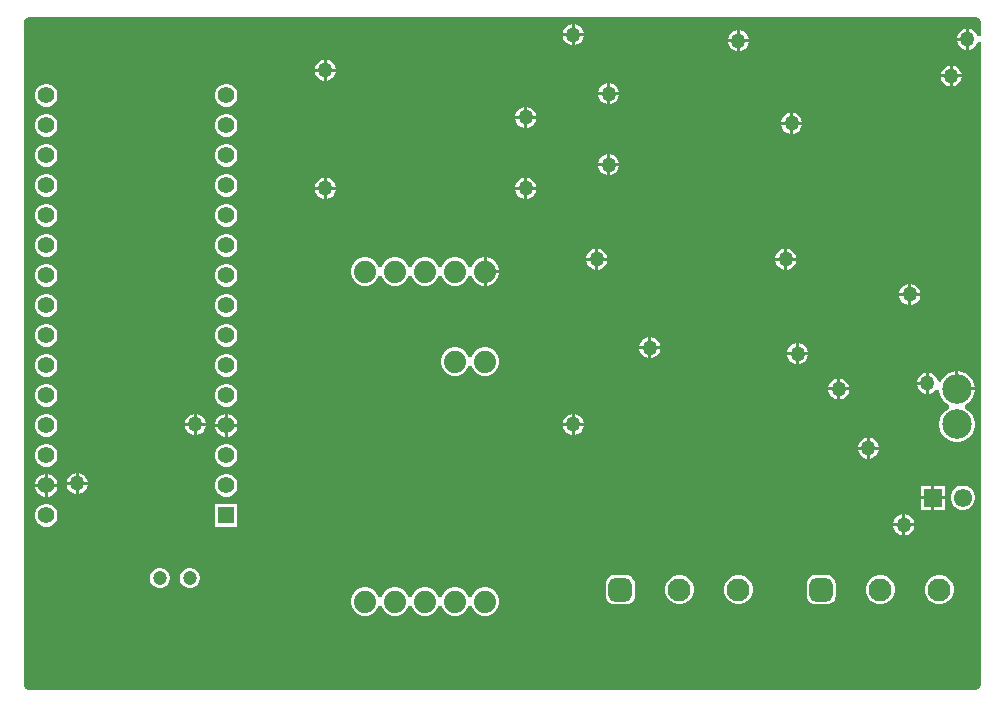
<source format=gbr>
G04*
G04 #@! TF.GenerationSoftware,Altium Limited,Altium Designer,24.6.1 (21)*
G04*
G04 Layer_Physical_Order=2*
G04 Layer_Color=16711680*
%FSLAX25Y25*%
%MOIN*%
G70*
G04*
G04 #@! TF.SameCoordinates,E7B071F1-E274-4D6C-8170-77C2E5B523DC*
G04*
G04*
G04 #@! TF.FilePolarity,Positive*
G04*
G01*
G75*
%ADD59C,0.05567*%
%ADD60R,0.05567X0.05567*%
%ADD64C,0.06102*%
%ADD65R,0.06102X0.06102*%
%ADD66C,0.07400*%
%ADD67C,0.07677*%
G04:AMPARAMS|DCode=68|XSize=76.77mil|YSize=76.77mil|CornerRadius=19.19mil|HoleSize=0mil|Usage=FLASHONLY|Rotation=0.000|XOffset=0mil|YOffset=0mil|HoleType=Round|Shape=RoundedRectangle|*
%AMROUNDEDRECTD68*
21,1,0.07677,0.03839,0,0,0.0*
21,1,0.03839,0.07677,0,0,0.0*
1,1,0.03839,0.01919,-0.01919*
1,1,0.03839,-0.01919,-0.01919*
1,1,0.03839,-0.01919,0.01919*
1,1,0.03839,0.01919,0.01919*
%
%ADD68ROUNDEDRECTD68*%
%ADD69C,0.09843*%
%ADD70C,0.04724*%
%ADD71C,0.05000*%
G36*
X320013Y226078D02*
X320566Y225524D01*
X320866Y224801D01*
Y220027D01*
X319866Y219896D01*
X319743Y220355D01*
X319282Y221153D01*
X318631Y221805D01*
X317833Y222265D01*
X316982Y222493D01*
Y219004D01*
Y215514D01*
X317833Y215742D01*
X318631Y216203D01*
X319282Y216855D01*
X319743Y217653D01*
X319866Y218112D01*
X320866Y217981D01*
Y3937D01*
Y3545D01*
X320566Y2822D01*
X320013Y2268D01*
X319289Y1969D01*
X3545D01*
X2822Y2268D01*
X2268Y2822D01*
X1969Y3545D01*
Y3937D01*
Y224410D01*
Y224801D01*
X2268Y225524D01*
X2822Y226078D01*
X3545Y226378D01*
X319289D01*
X320013Y226078D01*
D02*
G37*
%LPC*%
G36*
X185539Y223962D02*
Y220972D01*
X188529D01*
X188301Y221823D01*
X187840Y222621D01*
X187188Y223273D01*
X186390Y223734D01*
X185539Y223962D01*
D02*
G37*
G36*
X184539D02*
X183688Y223734D01*
X182890Y223273D01*
X182239Y222621D01*
X181778Y221823D01*
X181550Y220972D01*
X184539D01*
Y223962D01*
D02*
G37*
G36*
X315982Y222493D02*
X315131Y222265D01*
X314333Y221805D01*
X313681Y221153D01*
X313220Y220355D01*
X312992Y219504D01*
X315982D01*
Y222493D01*
D02*
G37*
G36*
X240657Y221993D02*
Y219004D01*
X243647D01*
X243419Y219855D01*
X242958Y220653D01*
X242306Y221305D01*
X241508Y221765D01*
X240657Y221993D01*
D02*
G37*
G36*
X239657D02*
X238807Y221765D01*
X238008Y221305D01*
X237357Y220653D01*
X236896Y219855D01*
X236668Y219004D01*
X239657D01*
Y221993D01*
D02*
G37*
G36*
X188529Y219972D02*
X185539D01*
Y216983D01*
X186390Y217211D01*
X187188Y217672D01*
X187840Y218323D01*
X188301Y219122D01*
X188529Y219972D01*
D02*
G37*
G36*
X184539D02*
X181550D01*
X181778Y219122D01*
X182239Y218323D01*
X182890Y217672D01*
X183688Y217211D01*
X184539Y216983D01*
Y219972D01*
D02*
G37*
G36*
X315982Y218504D02*
X312992D01*
X313220Y217653D01*
X313681Y216855D01*
X314333Y216203D01*
X315131Y215742D01*
X315982Y215514D01*
Y218504D01*
D02*
G37*
G36*
X243647Y218004D02*
X240657D01*
Y215014D01*
X241508Y215243D01*
X242306Y215703D01*
X242958Y216355D01*
X243419Y217153D01*
X243647Y218004D01*
D02*
G37*
G36*
X239657D02*
X236668D01*
X236896Y217153D01*
X237357Y216355D01*
X238008Y215703D01*
X238807Y215243D01*
X239657Y215014D01*
Y218004D01*
D02*
G37*
G36*
X102862Y212151D02*
Y209161D01*
X105852D01*
X105624Y210012D01*
X105163Y210810D01*
X104511Y211462D01*
X103713Y211923D01*
X102862Y212151D01*
D02*
G37*
G36*
X101862D02*
X101011Y211923D01*
X100213Y211462D01*
X99562Y210810D01*
X99101Y210012D01*
X98873Y209161D01*
X101862D01*
Y212151D01*
D02*
G37*
G36*
X311524Y210182D02*
Y207193D01*
X314513D01*
X314285Y208044D01*
X313824Y208842D01*
X313173Y209494D01*
X312375Y209954D01*
X311524Y210182D01*
D02*
G37*
G36*
X310524D02*
X309673Y209954D01*
X308875Y209494D01*
X308223Y208842D01*
X307762Y208044D01*
X307534Y207193D01*
X310524D01*
Y210182D01*
D02*
G37*
G36*
X105852Y208161D02*
X102862D01*
Y205172D01*
X103713Y205400D01*
X104511Y205861D01*
X105163Y206512D01*
X105624Y207311D01*
X105852Y208161D01*
D02*
G37*
G36*
X101862D02*
X98873D01*
X99101Y207311D01*
X99562Y206512D01*
X100213Y205861D01*
X101011Y205400D01*
X101862Y205172D01*
Y208161D01*
D02*
G37*
G36*
X314513Y206193D02*
X311524D01*
Y203203D01*
X312375Y203431D01*
X313173Y203892D01*
X313824Y204544D01*
X314285Y205342D01*
X314513Y206193D01*
D02*
G37*
G36*
X310524D02*
X307534D01*
X307762Y205342D01*
X308223Y204544D01*
X308875Y203892D01*
X309673Y203431D01*
X310524Y203203D01*
Y206193D01*
D02*
G37*
G36*
X197350Y204277D02*
Y201287D01*
X200340D01*
X200112Y202138D01*
X199651Y202936D01*
X198999Y203588D01*
X198201Y204049D01*
X197350Y204277D01*
D02*
G37*
G36*
X196350D02*
X195499Y204049D01*
X194701Y203588D01*
X194050Y202936D01*
X193589Y202138D01*
X193361Y201287D01*
X196350D01*
Y204277D01*
D02*
G37*
G36*
X200340Y200287D02*
X197350D01*
Y197298D01*
X198201Y197526D01*
X198999Y197987D01*
X199651Y198638D01*
X200112Y199436D01*
X200340Y200287D01*
D02*
G37*
G36*
X196350D02*
X193361D01*
X193589Y199436D01*
X194050Y198638D01*
X194701Y197987D01*
X195499Y197526D01*
X196350Y197298D01*
Y200287D01*
D02*
G37*
G36*
X69868Y204076D02*
X68872D01*
X67910Y203818D01*
X67047Y203320D01*
X66343Y202615D01*
X65844Y201753D01*
X65587Y200790D01*
Y199794D01*
X65844Y198832D01*
X66343Y197969D01*
X67047Y197265D01*
X67910Y196767D01*
X68872Y196509D01*
X69868D01*
X70830Y196767D01*
X71693Y197265D01*
X72398Y197969D01*
X72896Y198832D01*
X73154Y199794D01*
Y200790D01*
X72896Y201753D01*
X72398Y202615D01*
X71693Y203320D01*
X70830Y203818D01*
X69868Y204076D01*
D02*
G37*
G36*
X9868D02*
X8872D01*
X7910Y203818D01*
X7047Y203320D01*
X6343Y202615D01*
X5844Y201753D01*
X5587Y200790D01*
Y199794D01*
X5844Y198832D01*
X6343Y197969D01*
X7047Y197265D01*
X7910Y196767D01*
X8872Y196509D01*
X9868D01*
X10830Y196767D01*
X11693Y197265D01*
X12398Y197969D01*
X12896Y198832D01*
X13153Y199794D01*
Y200790D01*
X12896Y201753D01*
X12398Y202615D01*
X11693Y203320D01*
X10830Y203818D01*
X9868Y204076D01*
D02*
G37*
G36*
X169791Y196403D02*
Y193413D01*
X172781D01*
X172553Y194264D01*
X172092Y195062D01*
X171440Y195714D01*
X170642Y196175D01*
X169791Y196403D01*
D02*
G37*
G36*
X168791D02*
X167940Y196175D01*
X167142Y195714D01*
X166491Y195062D01*
X166030Y194264D01*
X165802Y193413D01*
X168791D01*
Y196403D01*
D02*
G37*
G36*
X258374Y194434D02*
Y191445D01*
X261364D01*
X261136Y192296D01*
X260675Y193094D01*
X260023Y193746D01*
X259225Y194206D01*
X258374Y194434D01*
D02*
G37*
G36*
X257374D02*
X256523Y194206D01*
X255725Y193746D01*
X255073Y193094D01*
X254612Y192296D01*
X254384Y191445D01*
X257374D01*
Y194434D01*
D02*
G37*
G36*
X172781Y192413D02*
X169791D01*
Y189424D01*
X170642Y189652D01*
X171440Y190113D01*
X172092Y190764D01*
X172553Y191562D01*
X172781Y192413D01*
D02*
G37*
G36*
X168791D02*
X165802D01*
X166030Y191562D01*
X166491Y190764D01*
X167142Y190113D01*
X167940Y189652D01*
X168791Y189424D01*
Y192413D01*
D02*
G37*
G36*
X261364Y190445D02*
X258374D01*
Y187455D01*
X259225Y187683D01*
X260023Y188144D01*
X260675Y188796D01*
X261136Y189594D01*
X261364Y190445D01*
D02*
G37*
G36*
X257374D02*
X254384D01*
X254612Y189594D01*
X255073Y188796D01*
X255725Y188144D01*
X256523Y187683D01*
X257374Y187455D01*
Y190445D01*
D02*
G37*
G36*
X69868Y194076D02*
X68872D01*
X67910Y193818D01*
X67047Y193320D01*
X66343Y192615D01*
X65844Y191753D01*
X65587Y190790D01*
Y189794D01*
X65844Y188832D01*
X66343Y187969D01*
X67047Y187265D01*
X67910Y186767D01*
X68872Y186509D01*
X69868D01*
X70830Y186767D01*
X71693Y187265D01*
X72398Y187969D01*
X72896Y188832D01*
X73154Y189794D01*
Y190790D01*
X72896Y191753D01*
X72398Y192615D01*
X71693Y193320D01*
X70830Y193818D01*
X69868Y194076D01*
D02*
G37*
G36*
X9868D02*
X8872D01*
X7910Y193818D01*
X7047Y193320D01*
X6343Y192615D01*
X5844Y191753D01*
X5587Y190790D01*
Y189794D01*
X5844Y188832D01*
X6343Y187969D01*
X7047Y187265D01*
X7910Y186767D01*
X8872Y186509D01*
X9868D01*
X10830Y186767D01*
X11693Y187265D01*
X12398Y187969D01*
X12896Y188832D01*
X13153Y189794D01*
Y190790D01*
X12896Y191753D01*
X12398Y192615D01*
X11693Y193320D01*
X10830Y193818D01*
X9868Y194076D01*
D02*
G37*
G36*
X197350Y180655D02*
Y177665D01*
X200340D01*
X200112Y178516D01*
X199651Y179314D01*
X198999Y179966D01*
X198201Y180427D01*
X197350Y180655D01*
D02*
G37*
G36*
X196350D02*
X195499Y180427D01*
X194701Y179966D01*
X194050Y179314D01*
X193589Y178516D01*
X193361Y177665D01*
X196350D01*
Y180655D01*
D02*
G37*
G36*
X69868Y184076D02*
X68872D01*
X67910Y183818D01*
X67047Y183320D01*
X66343Y182615D01*
X65844Y181753D01*
X65587Y180790D01*
Y179794D01*
X65844Y178832D01*
X66343Y177969D01*
X67047Y177265D01*
X67910Y176767D01*
X68872Y176509D01*
X69868D01*
X70830Y176767D01*
X71693Y177265D01*
X72398Y177969D01*
X72896Y178832D01*
X73154Y179794D01*
Y180790D01*
X72896Y181753D01*
X72398Y182615D01*
X71693Y183320D01*
X70830Y183818D01*
X69868Y184076D01*
D02*
G37*
G36*
X9868D02*
X8872D01*
X7910Y183818D01*
X7047Y183320D01*
X6343Y182615D01*
X5844Y181753D01*
X5587Y180790D01*
Y179794D01*
X5844Y178832D01*
X6343Y177969D01*
X7047Y177265D01*
X7910Y176767D01*
X8872Y176509D01*
X9868D01*
X10830Y176767D01*
X11693Y177265D01*
X12398Y177969D01*
X12896Y178832D01*
X13153Y179794D01*
Y180790D01*
X12896Y181753D01*
X12398Y182615D01*
X11693Y183320D01*
X10830Y183818D01*
X9868Y184076D01*
D02*
G37*
G36*
X200340Y176665D02*
X197350D01*
Y173676D01*
X198201Y173904D01*
X198999Y174365D01*
X199651Y175016D01*
X200112Y175814D01*
X200340Y176665D01*
D02*
G37*
G36*
X196350D02*
X193361D01*
X193589Y175814D01*
X194050Y175016D01*
X194701Y174365D01*
X195499Y173904D01*
X196350Y173676D01*
Y176665D01*
D02*
G37*
G36*
X169791Y172781D02*
Y169791D01*
X172781D01*
X172553Y170642D01*
X172092Y171440D01*
X171440Y172092D01*
X170642Y172553D01*
X169791Y172781D01*
D02*
G37*
G36*
X168791D02*
X167940Y172553D01*
X167142Y172092D01*
X166491Y171440D01*
X166030Y170642D01*
X165802Y169791D01*
X168791D01*
Y172781D01*
D02*
G37*
G36*
X102862D02*
Y169791D01*
X105852D01*
X105624Y170642D01*
X105163Y171440D01*
X104511Y172092D01*
X103713Y172553D01*
X102862Y172781D01*
D02*
G37*
G36*
X101862D02*
X101011Y172553D01*
X100213Y172092D01*
X99562Y171440D01*
X99101Y170642D01*
X98873Y169791D01*
X101862D01*
Y172781D01*
D02*
G37*
G36*
X69868Y174076D02*
X68872D01*
X67910Y173818D01*
X67047Y173320D01*
X66343Y172615D01*
X65844Y171753D01*
X65587Y170790D01*
Y169794D01*
X65844Y168832D01*
X66343Y167969D01*
X67047Y167265D01*
X67910Y166767D01*
X68872Y166509D01*
X69868D01*
X70830Y166767D01*
X71693Y167265D01*
X72398Y167969D01*
X72896Y168832D01*
X73154Y169794D01*
Y170790D01*
X72896Y171753D01*
X72398Y172615D01*
X71693Y173320D01*
X70830Y173818D01*
X69868Y174076D01*
D02*
G37*
G36*
X9868D02*
X8872D01*
X7910Y173818D01*
X7047Y173320D01*
X6343Y172615D01*
X5844Y171753D01*
X5587Y170790D01*
Y169794D01*
X5844Y168832D01*
X6343Y167969D01*
X7047Y167265D01*
X7910Y166767D01*
X8872Y166509D01*
X9868D01*
X10830Y166767D01*
X11693Y167265D01*
X12398Y167969D01*
X12896Y168832D01*
X13153Y169794D01*
Y170790D01*
X12896Y171753D01*
X12398Y172615D01*
X11693Y173320D01*
X10830Y173818D01*
X9868Y174076D01*
D02*
G37*
G36*
X172781Y168791D02*
X169791D01*
Y165802D01*
X170642Y166030D01*
X171440Y166491D01*
X172092Y167142D01*
X172553Y167940D01*
X172781Y168791D01*
D02*
G37*
G36*
X168791D02*
X165802D01*
X166030Y167940D01*
X166491Y167142D01*
X167142Y166491D01*
X167940Y166030D01*
X168791Y165802D01*
Y168791D01*
D02*
G37*
G36*
X105852D02*
X102862D01*
Y165802D01*
X103713Y166030D01*
X104511Y166491D01*
X105163Y167142D01*
X105624Y167940D01*
X105852Y168791D01*
D02*
G37*
G36*
X101862D02*
X98873D01*
X99101Y167940D01*
X99562Y167142D01*
X100213Y166491D01*
X101011Y166030D01*
X101862Y165802D01*
Y168791D01*
D02*
G37*
G36*
X69868Y164076D02*
X68872D01*
X67910Y163818D01*
X67047Y163320D01*
X66343Y162615D01*
X65844Y161753D01*
X65587Y160790D01*
Y159794D01*
X65844Y158832D01*
X66343Y157969D01*
X67047Y157265D01*
X67910Y156767D01*
X68872Y156509D01*
X69868D01*
X70830Y156767D01*
X71693Y157265D01*
X72398Y157969D01*
X72896Y158832D01*
X73154Y159794D01*
Y160790D01*
X72896Y161753D01*
X72398Y162615D01*
X71693Y163320D01*
X70830Y163818D01*
X69868Y164076D01*
D02*
G37*
G36*
X9868D02*
X8872D01*
X7910Y163818D01*
X7047Y163320D01*
X6343Y162615D01*
X5844Y161753D01*
X5587Y160790D01*
Y159794D01*
X5844Y158832D01*
X6343Y157969D01*
X7047Y157265D01*
X7910Y156767D01*
X8872Y156509D01*
X9868D01*
X10830Y156767D01*
X11693Y157265D01*
X12398Y157969D01*
X12896Y158832D01*
X13153Y159794D01*
Y160790D01*
X12896Y161753D01*
X12398Y162615D01*
X11693Y163320D01*
X10830Y163818D01*
X9868Y164076D01*
D02*
G37*
G36*
X69868Y154076D02*
X68872D01*
X67910Y153818D01*
X67047Y153320D01*
X66343Y152615D01*
X65844Y151753D01*
X65587Y150790D01*
Y149794D01*
X65844Y148832D01*
X66343Y147969D01*
X67047Y147265D01*
X67910Y146767D01*
X68872Y146509D01*
X69868D01*
X70830Y146767D01*
X71693Y147265D01*
X72398Y147969D01*
X72896Y148832D01*
X73154Y149794D01*
Y150790D01*
X72896Y151753D01*
X72398Y152615D01*
X71693Y153320D01*
X70830Y153818D01*
X69868Y154076D01*
D02*
G37*
G36*
X9868D02*
X8872D01*
X7910Y153818D01*
X7047Y153320D01*
X6343Y152615D01*
X5844Y151753D01*
X5587Y150790D01*
Y149794D01*
X5844Y148832D01*
X6343Y147969D01*
X7047Y147265D01*
X7910Y146767D01*
X8872Y146509D01*
X9868D01*
X10830Y146767D01*
X11693Y147265D01*
X12398Y147969D01*
X12896Y148832D01*
X13153Y149794D01*
Y150790D01*
X12896Y151753D01*
X12398Y152615D01*
X11693Y153320D01*
X10830Y153818D01*
X9868Y154076D01*
D02*
G37*
G36*
X256405Y149159D02*
Y146169D01*
X259395D01*
X259167Y147020D01*
X258706Y147818D01*
X258055Y148470D01*
X257257Y148931D01*
X256405Y149159D01*
D02*
G37*
G36*
X255405D02*
X254555Y148931D01*
X253756Y148470D01*
X253105Y147818D01*
X252644Y147020D01*
X252416Y146169D01*
X255405D01*
Y149159D01*
D02*
G37*
G36*
X193413D02*
Y146169D01*
X196403D01*
X196175Y147020D01*
X195714Y147818D01*
X195062Y148470D01*
X194264Y148931D01*
X193413Y149159D01*
D02*
G37*
G36*
X192413D02*
X191562Y148931D01*
X190764Y148470D01*
X190113Y147818D01*
X189652Y147020D01*
X189424Y146169D01*
X192413D01*
Y149159D01*
D02*
G37*
G36*
X155169Y146196D02*
X155051D01*
X153855Y145876D01*
X152783Y145257D01*
X151908Y144382D01*
X151290Y143310D01*
X151187Y142927D01*
X150152D01*
X150049Y143310D01*
X149430Y144382D01*
X148555Y145257D01*
X147483Y145876D01*
X146288Y146196D01*
X145051D01*
X143855Y145876D01*
X142783Y145257D01*
X141908Y144382D01*
X141290Y143310D01*
X141187Y142927D01*
X140152D01*
X140049Y143310D01*
X139430Y144382D01*
X138555Y145257D01*
X137483Y145876D01*
X136288Y146196D01*
X135050D01*
X133855Y145876D01*
X132783Y145257D01*
X131908Y144382D01*
X131290Y143310D01*
X131187Y142927D01*
X130152D01*
X130049Y143310D01*
X129430Y144382D01*
X128555Y145257D01*
X127483Y145876D01*
X126288Y146196D01*
X125050D01*
X123855Y145876D01*
X122783Y145257D01*
X121908Y144382D01*
X121290Y143310D01*
X121187Y142927D01*
X120152D01*
X120049Y143310D01*
X119430Y144382D01*
X118555Y145257D01*
X117483Y145876D01*
X116288Y146196D01*
X115050D01*
X113855Y145876D01*
X112783Y145257D01*
X111908Y144382D01*
X111290Y143310D01*
X110969Y142115D01*
Y140877D01*
X111290Y139682D01*
X111908Y138610D01*
X112783Y137735D01*
X113855Y137116D01*
X115050Y136796D01*
X116288D01*
X117483Y137116D01*
X118555Y137735D01*
X119430Y138610D01*
X120049Y139682D01*
X120152Y140065D01*
X121187D01*
X121290Y139682D01*
X121908Y138610D01*
X122783Y137735D01*
X123855Y137116D01*
X125050Y136796D01*
X126288D01*
X127483Y137116D01*
X128555Y137735D01*
X129430Y138610D01*
X130049Y139682D01*
X130152Y140065D01*
X131187D01*
X131290Y139682D01*
X131908Y138610D01*
X132783Y137735D01*
X133855Y137116D01*
X135050Y136796D01*
X136288D01*
X137483Y137116D01*
X138555Y137735D01*
X139430Y138610D01*
X140049Y139682D01*
X140152Y140065D01*
X141187D01*
X141290Y139682D01*
X141908Y138610D01*
X142783Y137735D01*
X143855Y137116D01*
X145051Y136796D01*
X146288D01*
X147483Y137116D01*
X148555Y137735D01*
X149430Y138610D01*
X150049Y139682D01*
X150152Y140065D01*
X151187D01*
X151290Y139682D01*
X151908Y138610D01*
X152783Y137735D01*
X153855Y137116D01*
X155051Y136796D01*
X155169D01*
Y141496D01*
Y146196D01*
D02*
G37*
G36*
X259395Y145169D02*
X256405D01*
Y142180D01*
X257257Y142408D01*
X258055Y142869D01*
X258706Y143520D01*
X259167Y144318D01*
X259395Y145169D01*
D02*
G37*
G36*
X255405D02*
X252416D01*
X252644Y144318D01*
X253105Y143520D01*
X253756Y142869D01*
X254555Y142408D01*
X255405Y142180D01*
Y145169D01*
D02*
G37*
G36*
X196403D02*
X193413D01*
Y142180D01*
X194264Y142408D01*
X195062Y142869D01*
X195714Y143520D01*
X196175Y144318D01*
X196403Y145169D01*
D02*
G37*
G36*
X192413D02*
X189424D01*
X189652Y144318D01*
X190113Y143520D01*
X190764Y142869D01*
X191562Y142408D01*
X192413Y142180D01*
Y145169D01*
D02*
G37*
G36*
X156288Y146196D02*
X156169D01*
Y141996D01*
X160369D01*
Y142115D01*
X160049Y143310D01*
X159430Y144382D01*
X158555Y145257D01*
X157483Y145876D01*
X156288Y146196D01*
D02*
G37*
G36*
X160369Y140996D02*
X156169D01*
Y136796D01*
X156288D01*
X157483Y137116D01*
X158555Y137735D01*
X159430Y138610D01*
X160049Y139682D01*
X160369Y140877D01*
Y140996D01*
D02*
G37*
G36*
X69868Y144076D02*
X68872D01*
X67910Y143818D01*
X67047Y143320D01*
X66343Y142615D01*
X65844Y141753D01*
X65587Y140790D01*
Y139794D01*
X65844Y138832D01*
X66343Y137969D01*
X67047Y137265D01*
X67910Y136767D01*
X68872Y136509D01*
X69868D01*
X70830Y136767D01*
X71693Y137265D01*
X72398Y137969D01*
X72896Y138832D01*
X73154Y139794D01*
Y140790D01*
X72896Y141753D01*
X72398Y142615D01*
X71693Y143320D01*
X70830Y143818D01*
X69868Y144076D01*
D02*
G37*
G36*
X9868D02*
X8872D01*
X7910Y143818D01*
X7047Y143320D01*
X6343Y142615D01*
X5844Y141753D01*
X5587Y140790D01*
Y139794D01*
X5844Y138832D01*
X6343Y137969D01*
X7047Y137265D01*
X7910Y136767D01*
X8872Y136509D01*
X9868D01*
X10830Y136767D01*
X11693Y137265D01*
X12398Y137969D01*
X12896Y138832D01*
X13153Y139794D01*
Y140790D01*
X12896Y141753D01*
X12398Y142615D01*
X11693Y143320D01*
X10830Y143818D01*
X9868Y144076D01*
D02*
G37*
G36*
X297744Y137348D02*
Y134358D01*
X300734D01*
X300506Y135209D01*
X300045Y136007D01*
X299393Y136659D01*
X298595Y137120D01*
X297744Y137348D01*
D02*
G37*
G36*
X296744D02*
X295893Y137120D01*
X295095Y136659D01*
X294443Y136007D01*
X293983Y135209D01*
X293755Y134358D01*
X296744D01*
Y137348D01*
D02*
G37*
G36*
X300734Y133358D02*
X297744D01*
Y130369D01*
X298595Y130597D01*
X299393Y131058D01*
X300045Y131709D01*
X300506Y132507D01*
X300734Y133358D01*
D02*
G37*
G36*
X296744D02*
X293755D01*
X293983Y132507D01*
X294443Y131709D01*
X295095Y131058D01*
X295893Y130597D01*
X296744Y130369D01*
Y133358D01*
D02*
G37*
G36*
X69868Y134076D02*
X68872D01*
X67910Y133818D01*
X67047Y133320D01*
X66343Y132615D01*
X65844Y131753D01*
X65587Y130790D01*
Y129794D01*
X65844Y128832D01*
X66343Y127969D01*
X67047Y127265D01*
X67910Y126767D01*
X68872Y126509D01*
X69868D01*
X70830Y126767D01*
X71693Y127265D01*
X72398Y127969D01*
X72896Y128832D01*
X73154Y129794D01*
Y130790D01*
X72896Y131753D01*
X72398Y132615D01*
X71693Y133320D01*
X70830Y133818D01*
X69868Y134076D01*
D02*
G37*
G36*
X9868D02*
X8872D01*
X7910Y133818D01*
X7047Y133320D01*
X6343Y132615D01*
X5844Y131753D01*
X5587Y130790D01*
Y129794D01*
X5844Y128832D01*
X6343Y127969D01*
X7047Y127265D01*
X7910Y126767D01*
X8872Y126509D01*
X9868D01*
X10830Y126767D01*
X11693Y127265D01*
X12398Y127969D01*
X12896Y128832D01*
X13153Y129794D01*
Y130790D01*
X12896Y131753D01*
X12398Y132615D01*
X11693Y133320D01*
X10830Y133818D01*
X9868Y134076D01*
D02*
G37*
G36*
X211130Y119631D02*
Y116642D01*
X214119D01*
X213891Y117493D01*
X213431Y118291D01*
X212779Y118942D01*
X211981Y119403D01*
X211130Y119631D01*
D02*
G37*
G36*
X210130D02*
X209279Y119403D01*
X208481Y118942D01*
X207829Y118291D01*
X207368Y117493D01*
X207140Y116642D01*
X210130D01*
Y119631D01*
D02*
G37*
G36*
X69868Y124076D02*
X68872D01*
X67910Y123818D01*
X67047Y123320D01*
X66343Y122615D01*
X65844Y121753D01*
X65587Y120790D01*
Y119794D01*
X65844Y118832D01*
X66343Y117969D01*
X67047Y117265D01*
X67910Y116767D01*
X68872Y116509D01*
X69868D01*
X70830Y116767D01*
X71693Y117265D01*
X72398Y117969D01*
X72896Y118832D01*
X73154Y119794D01*
Y120790D01*
X72896Y121753D01*
X72398Y122615D01*
X71693Y123320D01*
X70830Y123818D01*
X69868Y124076D01*
D02*
G37*
G36*
X9868D02*
X8872D01*
X7910Y123818D01*
X7047Y123320D01*
X6343Y122615D01*
X5844Y121753D01*
X5587Y120790D01*
Y119794D01*
X5844Y118832D01*
X6343Y117969D01*
X7047Y117265D01*
X7910Y116767D01*
X8872Y116509D01*
X9868D01*
X10830Y116767D01*
X11693Y117265D01*
X12398Y117969D01*
X12896Y118832D01*
X13153Y119794D01*
Y120790D01*
X12896Y121753D01*
X12398Y122615D01*
X11693Y123320D01*
X10830Y123818D01*
X9868Y124076D01*
D02*
G37*
G36*
X260343Y117663D02*
Y114673D01*
X263332D01*
X263104Y115524D01*
X262643Y116322D01*
X261992Y116974D01*
X261193Y117435D01*
X260343Y117663D01*
D02*
G37*
G36*
X259343D02*
X258492Y117435D01*
X257694Y116974D01*
X257042Y116322D01*
X256581Y115524D01*
X256353Y114673D01*
X259343D01*
Y117663D01*
D02*
G37*
G36*
X156288Y116196D02*
X155051D01*
X153855Y115876D01*
X152783Y115257D01*
X151908Y114382D01*
X151290Y113310D01*
X151187Y112927D01*
X150152D01*
X150049Y113310D01*
X149430Y114382D01*
X148555Y115257D01*
X147483Y115876D01*
X146288Y116196D01*
X145051D01*
X143855Y115876D01*
X142783Y115257D01*
X141908Y114382D01*
X141290Y113310D01*
X140969Y112115D01*
Y110877D01*
X141290Y109682D01*
X141908Y108610D01*
X142783Y107735D01*
X143855Y107116D01*
X145051Y106796D01*
X146288D01*
X147483Y107116D01*
X148555Y107735D01*
X149430Y108610D01*
X150049Y109682D01*
X150152Y110065D01*
X151187D01*
X151290Y109682D01*
X151908Y108610D01*
X152783Y107735D01*
X153855Y107116D01*
X155051Y106796D01*
X156288D01*
X157483Y107116D01*
X158555Y107735D01*
X159430Y108610D01*
X160049Y109682D01*
X160369Y110877D01*
Y112115D01*
X160049Y113310D01*
X159430Y114382D01*
X158555Y115257D01*
X157483Y115876D01*
X156288Y116196D01*
D02*
G37*
G36*
X214119Y115642D02*
X211130D01*
Y112652D01*
X211981Y112880D01*
X212779Y113341D01*
X213431Y113993D01*
X213891Y114791D01*
X214119Y115642D01*
D02*
G37*
G36*
X210130D02*
X207140D01*
X207368Y114791D01*
X207829Y113993D01*
X208481Y113341D01*
X209279Y112880D01*
X210130Y112652D01*
Y115642D01*
D02*
G37*
G36*
X263332Y113673D02*
X260343D01*
Y110684D01*
X261193Y110912D01*
X261992Y111372D01*
X262643Y112024D01*
X263104Y112822D01*
X263332Y113673D01*
D02*
G37*
G36*
X259343D02*
X256353D01*
X256581Y112822D01*
X257042Y112024D01*
X257694Y111372D01*
X258492Y110912D01*
X259343Y110684D01*
Y113673D01*
D02*
G37*
G36*
X69868Y114076D02*
X68872D01*
X67910Y113818D01*
X67047Y113320D01*
X66343Y112615D01*
X65844Y111753D01*
X65587Y110790D01*
Y109794D01*
X65844Y108832D01*
X66343Y107969D01*
X67047Y107265D01*
X67910Y106767D01*
X68872Y106509D01*
X69868D01*
X70830Y106767D01*
X71693Y107265D01*
X72398Y107969D01*
X72896Y108832D01*
X73154Y109794D01*
Y110790D01*
X72896Y111753D01*
X72398Y112615D01*
X71693Y113320D01*
X70830Y113818D01*
X69868Y114076D01*
D02*
G37*
G36*
X9868D02*
X8872D01*
X7910Y113818D01*
X7047Y113320D01*
X6343Y112615D01*
X5844Y111753D01*
X5587Y110790D01*
Y109794D01*
X5844Y108832D01*
X6343Y107969D01*
X7047Y107265D01*
X7910Y106767D01*
X8872Y106509D01*
X9868D01*
X10830Y106767D01*
X11693Y107265D01*
X12398Y107969D01*
X12896Y108832D01*
X13153Y109794D01*
Y110790D01*
X12896Y111753D01*
X12398Y112615D01*
X11693Y113320D01*
X10830Y113818D01*
X9868Y114076D01*
D02*
G37*
G36*
X312492Y108283D02*
X312409D01*
X311265Y108056D01*
X310187Y107609D01*
X309218Y106962D01*
X308393Y106137D01*
X307745Y105167D01*
X307619Y104864D01*
X307270Y104838D01*
X306593Y105001D01*
X306411Y105682D01*
X305950Y106480D01*
X305299Y107131D01*
X304501Y107592D01*
X303650Y107820D01*
Y104331D01*
Y100841D01*
X304501Y101069D01*
X305299Y101530D01*
X305950Y102182D01*
X306071Y102391D01*
X307071Y102122D01*
Y101779D01*
X307298Y100635D01*
X307745Y99557D01*
X308393Y98588D01*
X309218Y97763D01*
X310187Y97115D01*
X310470Y96998D01*
Y95916D01*
X310187Y95798D01*
X309218Y95151D01*
X308393Y94326D01*
X307745Y93356D01*
X307298Y92278D01*
X307071Y91134D01*
Y89968D01*
X307298Y88824D01*
X307745Y87746D01*
X308393Y86777D01*
X309218Y85952D01*
X310187Y85304D01*
X311265Y84857D01*
X312409Y84630D01*
X313575D01*
X314719Y84857D01*
X315797Y85304D01*
X316767Y85952D01*
X317592Y86777D01*
X318239Y87746D01*
X318686Y88824D01*
X318913Y89968D01*
Y91134D01*
X318686Y92278D01*
X318239Y93356D01*
X317592Y94326D01*
X316767Y95151D01*
X315797Y95798D01*
X315514Y95916D01*
Y96998D01*
X315797Y97115D01*
X316767Y97763D01*
X317592Y98588D01*
X318239Y99557D01*
X318686Y100635D01*
X318913Y101779D01*
Y101862D01*
X312992D01*
Y102362D01*
X312492D01*
Y108283D01*
D02*
G37*
G36*
X302650Y107820D02*
X301799Y107592D01*
X301001Y107131D01*
X300349Y106480D01*
X299888Y105682D01*
X299660Y104831D01*
X302650D01*
Y107820D01*
D02*
G37*
G36*
X313575Y108283D02*
X313492D01*
Y102862D01*
X318913D01*
Y102945D01*
X318686Y104089D01*
X318239Y105167D01*
X317592Y106137D01*
X316767Y106962D01*
X315797Y107609D01*
X314719Y108056D01*
X313575Y108283D01*
D02*
G37*
G36*
X274122Y105852D02*
Y102862D01*
X277112D01*
X276884Y103713D01*
X276423Y104511D01*
X275771Y105163D01*
X274973Y105624D01*
X274122Y105852D01*
D02*
G37*
G36*
X273122D02*
X272271Y105624D01*
X271473Y105163D01*
X270821Y104511D01*
X270361Y103713D01*
X270133Y102862D01*
X273122D01*
Y105852D01*
D02*
G37*
G36*
X302650Y103831D02*
X299660D01*
X299888Y102980D01*
X300349Y102182D01*
X301001Y101530D01*
X301799Y101069D01*
X302650Y100841D01*
Y103831D01*
D02*
G37*
G36*
X277112Y101862D02*
X274122D01*
Y98873D01*
X274973Y99101D01*
X275771Y99562D01*
X276423Y100213D01*
X276884Y101011D01*
X277112Y101862D01*
D02*
G37*
G36*
X273122D02*
X270133D01*
X270361Y101011D01*
X270821Y100213D01*
X271473Y99562D01*
X272271Y99101D01*
X273122Y98873D01*
Y101862D01*
D02*
G37*
G36*
X69868Y104076D02*
X68872D01*
X67910Y103818D01*
X67047Y103320D01*
X66343Y102615D01*
X65844Y101753D01*
X65587Y100790D01*
Y99794D01*
X65844Y98832D01*
X66343Y97969D01*
X67047Y97265D01*
X67910Y96767D01*
X68872Y96509D01*
X69868D01*
X70830Y96767D01*
X71693Y97265D01*
X72398Y97969D01*
X72896Y98832D01*
X73154Y99794D01*
Y100790D01*
X72896Y101753D01*
X72398Y102615D01*
X71693Y103320D01*
X70830Y103818D01*
X69868Y104076D01*
D02*
G37*
G36*
X9868D02*
X8872D01*
X7910Y103818D01*
X7047Y103320D01*
X6343Y102615D01*
X5844Y101753D01*
X5587Y100790D01*
Y99794D01*
X5844Y98832D01*
X6343Y97969D01*
X7047Y97265D01*
X7910Y96767D01*
X8872Y96509D01*
X9868D01*
X10830Y96767D01*
X11693Y97265D01*
X12398Y97969D01*
X12896Y98832D01*
X13153Y99794D01*
Y100790D01*
X12896Y101753D01*
X12398Y102615D01*
X11693Y103320D01*
X10830Y103818D01*
X9868Y104076D01*
D02*
G37*
G36*
X185539Y94041D02*
Y91051D01*
X188529D01*
X188301Y91902D01*
X187840Y92700D01*
X187188Y93352D01*
X186390Y93813D01*
X185539Y94041D01*
D02*
G37*
G36*
X184539D02*
X183688Y93813D01*
X182890Y93352D01*
X182239Y92700D01*
X181778Y91902D01*
X181550Y91051D01*
X184539D01*
Y94041D01*
D02*
G37*
G36*
X59555D02*
Y91051D01*
X62545D01*
X62317Y91902D01*
X61856Y92700D01*
X61204Y93352D01*
X60406Y93813D01*
X59555Y94041D01*
D02*
G37*
G36*
X58555D02*
X57704Y93813D01*
X56906Y93352D01*
X56254Y92700D01*
X55794Y91902D01*
X55566Y91051D01*
X58555D01*
Y94041D01*
D02*
G37*
G36*
X69870Y94075D02*
Y90792D01*
X73153D01*
X72896Y91753D01*
X72398Y92615D01*
X71693Y93320D01*
X70830Y93818D01*
X69870Y94075D01*
D02*
G37*
G36*
X68870D02*
X67910Y93818D01*
X67047Y93320D01*
X66343Y92615D01*
X65844Y91753D01*
X65587Y90792D01*
X68870D01*
Y94075D01*
D02*
G37*
G36*
X188529Y90051D02*
X185539D01*
Y87062D01*
X186390Y87290D01*
X187188Y87751D01*
X187840Y88402D01*
X188301Y89200D01*
X188529Y90051D01*
D02*
G37*
G36*
X184539D02*
X181550D01*
X181778Y89200D01*
X182239Y88402D01*
X182890Y87751D01*
X183688Y87290D01*
X184539Y87062D01*
Y90051D01*
D02*
G37*
G36*
X62545D02*
X59555D01*
Y87062D01*
X60406Y87290D01*
X61204Y87751D01*
X61856Y88402D01*
X62317Y89200D01*
X62545Y90051D01*
D02*
G37*
G36*
X58555D02*
X55566D01*
X55794Y89200D01*
X56254Y88402D01*
X56906Y87751D01*
X57704Y87290D01*
X58555Y87062D01*
Y90051D01*
D02*
G37*
G36*
X73153Y89792D02*
X69870D01*
Y86509D01*
X70830Y86767D01*
X71693Y87265D01*
X72398Y87969D01*
X72896Y88832D01*
X73153Y89792D01*
D02*
G37*
G36*
X68870D02*
X65587D01*
X65844Y88832D01*
X66343Y87969D01*
X67047Y87265D01*
X67910Y86767D01*
X68870Y86509D01*
Y89792D01*
D02*
G37*
G36*
X9868Y94076D02*
X8872D01*
X7910Y93818D01*
X7047Y93320D01*
X6343Y92615D01*
X5844Y91753D01*
X5587Y90790D01*
Y89794D01*
X5844Y88832D01*
X6343Y87969D01*
X7047Y87265D01*
X7910Y86767D01*
X8872Y86509D01*
X9868D01*
X10830Y86767D01*
X11693Y87265D01*
X12398Y87969D01*
X12896Y88832D01*
X13153Y89794D01*
Y90790D01*
X12896Y91753D01*
X12398Y92615D01*
X11693Y93320D01*
X10830Y93818D01*
X9868Y94076D01*
D02*
G37*
G36*
X283965Y86167D02*
Y83177D01*
X286954D01*
X286726Y84028D01*
X286265Y84826D01*
X285614Y85478D01*
X284816Y85939D01*
X283965Y86167D01*
D02*
G37*
G36*
X282965D02*
X282114Y85939D01*
X281315Y85478D01*
X280664Y84826D01*
X280203Y84028D01*
X279975Y83177D01*
X282965D01*
Y86167D01*
D02*
G37*
G36*
X286954Y82177D02*
X283965D01*
Y79188D01*
X284816Y79416D01*
X285614Y79877D01*
X286265Y80528D01*
X286726Y81326D01*
X286954Y82177D01*
D02*
G37*
G36*
X282965D02*
X279975D01*
X280203Y81326D01*
X280664Y80528D01*
X281315Y79877D01*
X282114Y79416D01*
X282965Y79188D01*
Y82177D01*
D02*
G37*
G36*
X69868Y84076D02*
X68872D01*
X67910Y83818D01*
X67047Y83320D01*
X66343Y82615D01*
X65844Y81753D01*
X65587Y80790D01*
Y79794D01*
X65844Y78832D01*
X66343Y77969D01*
X67047Y77265D01*
X67910Y76767D01*
X68872Y76509D01*
X69868D01*
X70830Y76767D01*
X71693Y77265D01*
X72398Y77969D01*
X72896Y78832D01*
X73154Y79794D01*
Y80790D01*
X72896Y81753D01*
X72398Y82615D01*
X71693Y83320D01*
X70830Y83818D01*
X69868Y84076D01*
D02*
G37*
G36*
X9868D02*
X8872D01*
X7910Y83818D01*
X7047Y83320D01*
X6343Y82615D01*
X5844Y81753D01*
X5587Y80790D01*
Y79794D01*
X5844Y78832D01*
X6343Y77969D01*
X7047Y77265D01*
X7910Y76767D01*
X8872Y76509D01*
X9868D01*
X10830Y76767D01*
X11693Y77265D01*
X12398Y77969D01*
X12896Y78832D01*
X13153Y79794D01*
Y80790D01*
X12896Y81753D01*
X12398Y82615D01*
X11693Y83320D01*
X10830Y83818D01*
X9868Y84076D01*
D02*
G37*
G36*
X20185Y74356D02*
Y71366D01*
X23175D01*
X22946Y72217D01*
X22486Y73015D01*
X21834Y73667D01*
X21036Y74128D01*
X20185Y74356D01*
D02*
G37*
G36*
X19185D02*
X18334Y74128D01*
X17536Y73667D01*
X16884Y73015D01*
X16424Y72217D01*
X16196Y71366D01*
X19185D01*
Y74356D01*
D02*
G37*
G36*
X9870Y74075D02*
Y70792D01*
X13153D01*
X12896Y71753D01*
X12398Y72615D01*
X11693Y73320D01*
X10830Y73818D01*
X9870Y74075D01*
D02*
G37*
G36*
X8870D02*
X7910Y73818D01*
X7047Y73320D01*
X6343Y72615D01*
X5844Y71753D01*
X5587Y70792D01*
X8870D01*
Y74075D01*
D02*
G37*
G36*
X23175Y70366D02*
X20185D01*
Y67377D01*
X21036Y67605D01*
X21834Y68065D01*
X22486Y68717D01*
X22946Y69515D01*
X23175Y70366D01*
D02*
G37*
G36*
X19185D02*
X16196D01*
X16424Y69515D01*
X16884Y68717D01*
X17536Y68065D01*
X18334Y67605D01*
X19185Y67377D01*
Y70366D01*
D02*
G37*
G36*
X309012Y70162D02*
X305461D01*
Y66611D01*
X309012D01*
Y70162D01*
D02*
G37*
G36*
X304461D02*
X300909D01*
Y66611D01*
X304461D01*
Y70162D01*
D02*
G37*
G36*
X13153Y69792D02*
X9870D01*
Y66509D01*
X10830Y66767D01*
X11693Y67265D01*
X12398Y67969D01*
X12896Y68832D01*
X13153Y69792D01*
D02*
G37*
G36*
X8870D02*
X5587D01*
X5844Y68832D01*
X6343Y67969D01*
X7047Y67265D01*
X7910Y66767D01*
X8870Y66509D01*
Y69792D01*
D02*
G37*
G36*
X69868Y74076D02*
X68872D01*
X67910Y73818D01*
X67047Y73320D01*
X66343Y72615D01*
X65844Y71753D01*
X65587Y70790D01*
Y69794D01*
X65844Y68832D01*
X66343Y67969D01*
X67047Y67265D01*
X67910Y66767D01*
X68872Y66509D01*
X69868D01*
X70830Y66767D01*
X71693Y67265D01*
X72398Y67969D01*
X72896Y68832D01*
X73154Y69794D01*
Y70790D01*
X72896Y71753D01*
X72398Y72615D01*
X71693Y73320D01*
X70830Y73818D01*
X69868Y74076D01*
D02*
G37*
G36*
X315494Y70162D02*
X314427D01*
X313397Y69886D01*
X312473Y69353D01*
X311719Y68598D01*
X311186Y67675D01*
X310910Y66644D01*
Y65578D01*
X311186Y64547D01*
X311719Y63623D01*
X312473Y62869D01*
X313397Y62336D01*
X314427Y62060D01*
X315494D01*
X316524Y62336D01*
X317448Y62869D01*
X318202Y63623D01*
X318736Y64547D01*
X319012Y65578D01*
Y66644D01*
X318736Y67675D01*
X318202Y68598D01*
X317448Y69353D01*
X316524Y69886D01*
X315494Y70162D01*
D02*
G37*
G36*
X309012Y65611D02*
X305461D01*
Y62060D01*
X309012D01*
Y65611D01*
D02*
G37*
G36*
X304461D02*
X300909D01*
Y62060D01*
X304461D01*
Y65611D01*
D02*
G37*
G36*
X295776Y60576D02*
Y57587D01*
X298765D01*
X298537Y58438D01*
X298076Y59236D01*
X297425Y59887D01*
X296626Y60348D01*
X295776Y60576D01*
D02*
G37*
G36*
X294776D02*
X293925Y60348D01*
X293127Y59887D01*
X292475Y59236D01*
X292014Y58438D01*
X291786Y57587D01*
X294776D01*
Y60576D01*
D02*
G37*
G36*
X73154Y64076D02*
X65587D01*
Y56509D01*
X73154D01*
Y64076D01*
D02*
G37*
G36*
X9868D02*
X8872D01*
X7910Y63818D01*
X7047Y63320D01*
X6343Y62615D01*
X5844Y61753D01*
X5587Y60790D01*
Y59794D01*
X5844Y58832D01*
X6343Y57969D01*
X7047Y57265D01*
X7910Y56767D01*
X8872Y56509D01*
X9868D01*
X10830Y56767D01*
X11693Y57265D01*
X12398Y57969D01*
X12896Y58832D01*
X13153Y59794D01*
Y60790D01*
X12896Y61753D01*
X12398Y62615D01*
X11693Y63320D01*
X10830Y63818D01*
X9868Y64076D01*
D02*
G37*
G36*
X298765Y56587D02*
X295776D01*
Y53597D01*
X296626Y53825D01*
X297425Y54286D01*
X298076Y54938D01*
X298537Y55736D01*
X298765Y56587D01*
D02*
G37*
G36*
X294776D02*
X291786D01*
X292014Y55736D01*
X292475Y54938D01*
X293127Y54286D01*
X293925Y53825D01*
X294776Y53597D01*
Y56587D01*
D02*
G37*
G36*
X57687Y42732D02*
X56801D01*
X55946Y42503D01*
X55180Y42061D01*
X54554Y41434D01*
X54111Y40668D01*
X53882Y39813D01*
Y38927D01*
X54111Y38072D01*
X54554Y37306D01*
X55180Y36680D01*
X55946Y36237D01*
X56801Y36008D01*
X57687D01*
X58542Y36237D01*
X59308Y36680D01*
X59935Y37306D01*
X60377Y38072D01*
X60606Y38927D01*
Y39813D01*
X60377Y40668D01*
X59935Y41434D01*
X59308Y42061D01*
X58542Y42503D01*
X57687Y42732D01*
D02*
G37*
G36*
X47687D02*
X46801D01*
X45946Y42503D01*
X45180Y42061D01*
X44554Y41434D01*
X44111Y40668D01*
X43882Y39813D01*
Y38927D01*
X44111Y38072D01*
X44554Y37306D01*
X45180Y36680D01*
X45946Y36237D01*
X46801Y36008D01*
X47687D01*
X48542Y36237D01*
X49308Y36680D01*
X49935Y37306D01*
X50377Y38072D01*
X50606Y38927D01*
Y39813D01*
X50377Y40668D01*
X49935Y41434D01*
X49308Y42061D01*
X48542Y42503D01*
X47687Y42732D01*
D02*
G37*
G36*
X156288Y36196D02*
X155051D01*
X153855Y35876D01*
X152783Y35257D01*
X151908Y34382D01*
X151290Y33310D01*
X151187Y32927D01*
X150152D01*
X150049Y33310D01*
X149430Y34382D01*
X148555Y35257D01*
X147483Y35876D01*
X146288Y36196D01*
X145051D01*
X143855Y35876D01*
X142783Y35257D01*
X141908Y34382D01*
X141290Y33310D01*
X141187Y32927D01*
X140152D01*
X140049Y33310D01*
X139430Y34382D01*
X138555Y35257D01*
X137483Y35876D01*
X136288Y36196D01*
X135050D01*
X133855Y35876D01*
X132783Y35257D01*
X131908Y34382D01*
X131290Y33310D01*
X131187Y32927D01*
X130152D01*
X130049Y33310D01*
X129430Y34382D01*
X128555Y35257D01*
X127483Y35876D01*
X126288Y36196D01*
X125050D01*
X123855Y35876D01*
X122783Y35257D01*
X121908Y34382D01*
X121290Y33310D01*
X121187Y32927D01*
X120152D01*
X120049Y33310D01*
X119430Y34382D01*
X118555Y35257D01*
X117483Y35876D01*
X116288Y36196D01*
X115050D01*
X113855Y35876D01*
X112783Y35257D01*
X111908Y34382D01*
X111290Y33310D01*
X110969Y32115D01*
Y30877D01*
X111290Y29682D01*
X111908Y28610D01*
X112783Y27735D01*
X113855Y27116D01*
X115050Y26796D01*
X116288D01*
X117483Y27116D01*
X118555Y27735D01*
X119430Y28610D01*
X120049Y29682D01*
X120152Y30065D01*
X121187D01*
X121290Y29682D01*
X121908Y28610D01*
X122783Y27735D01*
X123855Y27116D01*
X125050Y26796D01*
X126288D01*
X127483Y27116D01*
X128555Y27735D01*
X129430Y28610D01*
X130049Y29682D01*
X130152Y30065D01*
X131187D01*
X131290Y29682D01*
X131908Y28610D01*
X132783Y27735D01*
X133855Y27116D01*
X135050Y26796D01*
X136288D01*
X137483Y27116D01*
X138555Y27735D01*
X139430Y28610D01*
X140049Y29682D01*
X140152Y30065D01*
X141187D01*
X141290Y29682D01*
X141908Y28610D01*
X142783Y27735D01*
X143855Y27116D01*
X145051Y26796D01*
X146288D01*
X147483Y27116D01*
X148555Y27735D01*
X149430Y28610D01*
X150049Y29682D01*
X150152Y30065D01*
X151187D01*
X151290Y29682D01*
X151908Y28610D01*
X152783Y27735D01*
X153855Y27116D01*
X155051Y26796D01*
X156288D01*
X157483Y27116D01*
X158555Y27735D01*
X159430Y28610D01*
X160049Y29682D01*
X160369Y30877D01*
Y32115D01*
X160049Y33310D01*
X159430Y34382D01*
X158555Y35257D01*
X157483Y35876D01*
X156288Y36196D01*
D02*
G37*
G36*
X307724Y40272D02*
X306450D01*
X305219Y39942D01*
X304116Y39305D01*
X303215Y38404D01*
X302578Y37301D01*
X302248Y36070D01*
Y34796D01*
X302578Y33565D01*
X303215Y32462D01*
X304116Y31561D01*
X305219Y30924D01*
X306450Y30595D01*
X307724D01*
X308954Y30924D01*
X310057Y31561D01*
X310958Y32462D01*
X311595Y33565D01*
X311925Y34796D01*
Y36070D01*
X311595Y37301D01*
X310958Y38404D01*
X310057Y39305D01*
X308954Y39942D01*
X307724Y40272D01*
D02*
G37*
G36*
X288039D02*
X286765D01*
X285534Y39942D01*
X284431Y39305D01*
X283530Y38404D01*
X282893Y37301D01*
X282563Y36070D01*
Y34796D01*
X282893Y33565D01*
X283530Y32462D01*
X284431Y31561D01*
X285534Y30924D01*
X286765Y30595D01*
X288039D01*
X289269Y30924D01*
X290372Y31561D01*
X291273Y32462D01*
X291910Y33565D01*
X292240Y34796D01*
Y36070D01*
X291910Y37301D01*
X291273Y38404D01*
X290372Y39305D01*
X289269Y39942D01*
X288039Y40272D01*
D02*
G37*
G36*
X240794D02*
X239520D01*
X238290Y39942D01*
X237187Y39305D01*
X236286Y38404D01*
X235649Y37301D01*
X235319Y36070D01*
Y34796D01*
X235649Y33565D01*
X236286Y32462D01*
X237187Y31561D01*
X238290Y30924D01*
X239520Y30595D01*
X240794D01*
X242025Y30924D01*
X243128Y31561D01*
X244029Y32462D01*
X244666Y33565D01*
X244996Y34796D01*
Y36070D01*
X244666Y37301D01*
X244029Y38404D01*
X243128Y39305D01*
X242025Y39942D01*
X240794Y40272D01*
D02*
G37*
G36*
X221110D02*
X219835D01*
X218605Y39942D01*
X217501Y39305D01*
X216601Y38404D01*
X215964Y37301D01*
X215634Y36070D01*
Y34796D01*
X215964Y33565D01*
X216601Y32462D01*
X217501Y31561D01*
X218605Y30924D01*
X219835Y30595D01*
X221110D01*
X222340Y30924D01*
X223443Y31561D01*
X224344Y32462D01*
X224981Y33565D01*
X225311Y34796D01*
Y36070D01*
X224981Y37301D01*
X224344Y38404D01*
X223443Y39305D01*
X222340Y39942D01*
X221110Y40272D01*
D02*
G37*
G36*
X269636Y40297D02*
X265797D01*
X265035Y40196D01*
X264325Y39902D01*
X263715Y39434D01*
X263247Y38825D01*
X262953Y38114D01*
X262853Y37352D01*
Y33514D01*
X262953Y32752D01*
X263247Y32041D01*
X263715Y31432D01*
X264325Y30964D01*
X265035Y30670D01*
X265797Y30569D01*
X269636D01*
X270398Y30670D01*
X271108Y30964D01*
X271718Y31432D01*
X272186Y32041D01*
X272480Y32752D01*
X272580Y33514D01*
Y37352D01*
X272480Y38114D01*
X272186Y38825D01*
X271718Y39434D01*
X271108Y39902D01*
X270398Y40196D01*
X269636Y40297D01*
D02*
G37*
G36*
X202707D02*
X198868D01*
X198106Y40196D01*
X197396Y39902D01*
X196786Y39434D01*
X196318Y38825D01*
X196024Y38114D01*
X195924Y37352D01*
Y33514D01*
X196024Y32752D01*
X196318Y32041D01*
X196786Y31432D01*
X197396Y30964D01*
X198106Y30670D01*
X198868Y30569D01*
X202707D01*
X203469Y30670D01*
X204179Y30964D01*
X204789Y31432D01*
X205257Y32041D01*
X205551Y32752D01*
X205651Y33514D01*
Y37352D01*
X205551Y38114D01*
X205257Y38825D01*
X204789Y39434D01*
X204179Y39902D01*
X203469Y40196D01*
X202707Y40297D01*
D02*
G37*
%LPD*%
D59*
X9370Y60292D02*
D03*
Y70292D02*
D03*
Y80292D02*
D03*
Y90292D02*
D03*
Y100292D02*
D03*
Y110292D02*
D03*
Y120292D02*
D03*
Y130292D02*
D03*
Y140292D02*
D03*
Y150292D02*
D03*
Y160292D02*
D03*
Y170292D02*
D03*
Y180292D02*
D03*
Y190292D02*
D03*
Y200292D02*
D03*
X69370D02*
D03*
Y190292D02*
D03*
Y180292D02*
D03*
Y170292D02*
D03*
Y160292D02*
D03*
Y150292D02*
D03*
Y140292D02*
D03*
Y130292D02*
D03*
Y120292D02*
D03*
Y110292D02*
D03*
Y100292D02*
D03*
Y90292D02*
D03*
Y80292D02*
D03*
Y70292D02*
D03*
D60*
Y60292D02*
D03*
D64*
X314961Y66111D02*
D03*
D65*
X304961D02*
D03*
D66*
X155669Y111496D02*
D03*
X145669D02*
D03*
X155669Y141496D02*
D03*
X145669D02*
D03*
X135669D02*
D03*
X125669D02*
D03*
X115669D02*
D03*
Y31496D02*
D03*
X125669D02*
D03*
X135669D02*
D03*
X145669D02*
D03*
X155669D02*
D03*
D67*
X307087Y35433D02*
D03*
X287402D02*
D03*
X240157D02*
D03*
X220472D02*
D03*
D68*
X267717D02*
D03*
X200787D02*
D03*
D69*
X312992Y90551D02*
D03*
Y102362D02*
D03*
D70*
X57244Y39370D02*
D03*
X47244D02*
D03*
D71*
X196850Y200787D02*
D03*
Y177165D02*
D03*
X192913Y145669D02*
D03*
X240158Y218504D02*
D03*
X316482Y219004D02*
D03*
X311024Y206693D02*
D03*
X259842Y114173D02*
D03*
X295276Y57087D02*
D03*
X303150Y104331D02*
D03*
X297244Y133858D02*
D03*
X210630Y116142D02*
D03*
X273622Y102362D02*
D03*
X185039Y90551D02*
D03*
X257874Y190945D02*
D03*
X283465Y82677D02*
D03*
X255906Y145669D02*
D03*
X169291Y192913D02*
D03*
X59055Y90551D02*
D03*
X19685Y70866D02*
D03*
X102362Y169291D02*
D03*
Y208661D02*
D03*
X185039Y220472D02*
D03*
X169291Y169291D02*
D03*
M02*

</source>
